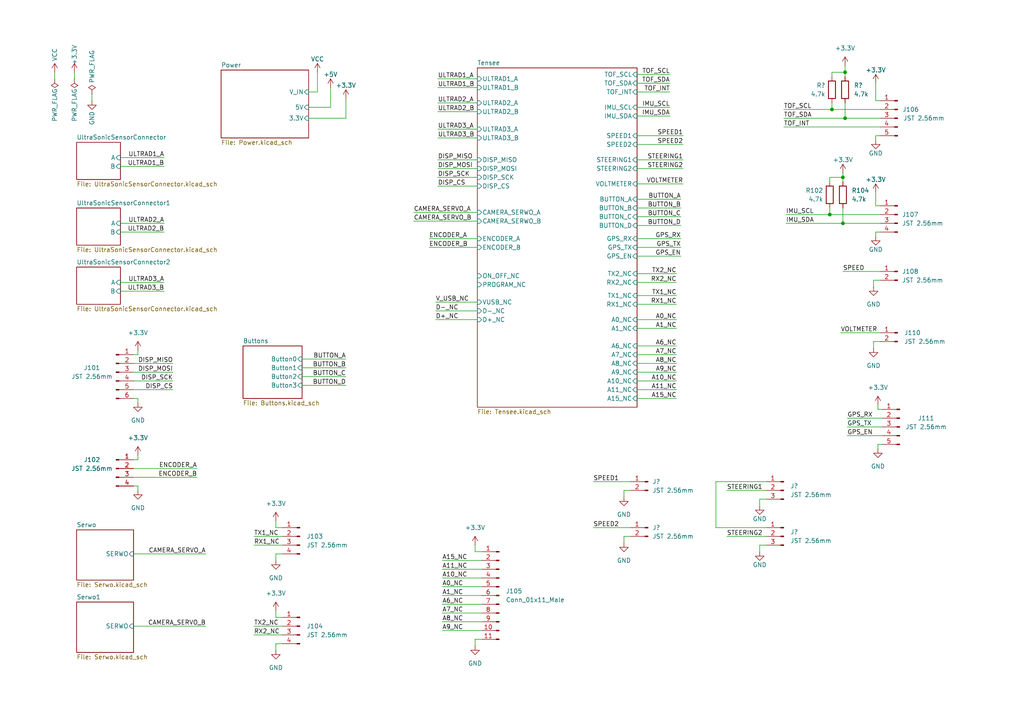
<source format=kicad_sch>
(kicad_sch (version 20211123) (generator eeschema)
  (paper "A4")
  (title_block (title "Main schematic") (date "2023-02-20") (company "Szymon Przybył"))
  (lib_symbols
    (symbol "Connector:Conn_01x02_Male" (pin_names (offset 1.016) hide)
      (property "Reference" "J" (at 0 2.54 0))
      (property "Value" "Conn_01x02_Male" (at 0 -5.08 0))
      (symbol "Conn_01x02_Male_1_1"
        (polyline (pts (xy 1.27 -2.54) (xy 0.8636 -2.54)) (stroke (width 0.1524)))
        (polyline (pts (xy 1.27 0) (xy 0.8636 0)) (stroke (width 0.1524)))
        (rectangle (start 0.8636 -2.413) (end 0 -2.667) (stroke (width 0.1524)) (fill (type outline)))
        (rectangle (start 0.8636 0.127) (end 0 -0.127) (stroke (width 0.1524)) (fill (type outline)))
        (pin passive line (at 5.08 0 180) (length 3.81) (name "Pin_1") (number "1"))
        (pin passive line (at 5.08 -2.54 180) (length 3.81) (name "Pin_2") (number "2"))
      )
    )
    (symbol "Connector:Conn_01x03_Male" (pin_names (offset 1.016) hide)
      (property "Reference" "J" (at 0 5.08 0))
      (property "Value" "Conn_01x03_Male" (at 0 -5.08 0))
      (symbol "Conn_01x03_Male_1_1"
        (polyline (pts (xy 1.27 -2.54) (xy 0.8636 -2.54)) (stroke (width 0.1524)))
        (polyline (pts (xy 1.27 0) (xy 0.8636 0)) (stroke (width 0.1524)))
        (polyline (pts (xy 1.27 2.54) (xy 0.8636 2.54)) (stroke (width 0.1524)))
        (rectangle (start 0.8636 -2.413) (end 0 -2.667) (stroke (width 0.1524)) (fill (type outline)))
        (rectangle (start 0.8636 0.127) (end 0 -0.127) (stroke (width 0.1524)) (fill (type outline)))
        (rectangle (start 0.8636 2.667) (end 0 2.413) (stroke (width 0.1524)) (fill (type outline)))
        (pin passive line (at 5.08 2.54 180) (length 3.81) (name "Pin_1") (number "1"))
        (pin passive line (at 5.08 0 180) (length 3.81) (name "Pin_2") (number "2"))
        (pin passive line (at 5.08 -2.54 180) (length 3.81) (name "Pin_3") (number "3"))
      )
    )
    (symbol "Connector:Conn_01x04_Male" (pin_names (offset 1.016) hide)
      (property "Reference" "J" (at 0 5.08 0))
      (property "Value" "Conn_01x04_Male" (at 0 -7.62 0))
      (symbol "Conn_01x04_Male_1_1"
        (polyline (pts (xy 1.27 -5.08) (xy 0.8636 -5.08)) (stroke (width 0.1524)))
        (polyline (pts (xy 1.27 -2.54) (xy 0.8636 -2.54)) (stroke (width 0.1524)))
        (polyline (pts (xy 1.27 0) (xy 0.8636 0)) (stroke (width 0.1524)))
        (polyline (pts (xy 1.27 2.54) (xy 0.8636 2.54)) (stroke (width 0.1524)))
        (rectangle (start 0.8636 -4.953) (end 0 -5.207) (stroke (width 0.1524)) (fill (type outline)))
        (rectangle (start 0.8636 -2.413) (end 0 -2.667) (stroke (width 0.1524)) (fill (type outline)))
        (rectangle (start 0.8636 0.127) (end 0 -0.127) (stroke (width 0.1524)) (fill (type outline)))
        (rectangle (start 0.8636 2.667) (end 0 2.413) (stroke (width 0.1524)) (fill (type outline)))
        (pin passive line (at 5.08 2.54 180) (length 3.81) (name "Pin_1") (number "1"))
        (pin passive line (at 5.08 0 180) (length 3.81) (name "Pin_2") (number "2"))
        (pin passive line (at 5.08 -2.54 180) (length 3.81) (name "Pin_3") (number "3"))
        (pin passive line (at 5.08 -5.08 180) (length 3.81) (name "Pin_4") (number "4"))
      )
    )
    (symbol "Connector:Conn_01x05_Male" (pin_names (offset 1.016) hide)
      (property "Reference" "J" (at 0 7.62 0))
      (property "Value" "Conn_01x05_Male" (at 0 -7.62 0))
      (symbol "Conn_01x05_Male_1_1"
        (polyline (pts (xy 1.27 -5.08) (xy 0.8636 -5.08)) (stroke (width 0.1524)))
        (polyline (pts (xy 1.27 -2.54) (xy 0.8636 -2.54)) (stroke (width 0.1524)))
        (polyline (pts (xy 1.27 0) (xy 0.8636 0)) (stroke (width 0.1524)))
        (polyline (pts (xy 1.27 2.54) (xy 0.8636 2.54)) (stroke (width 0.1524)))
        (polyline (pts (xy 1.27 5.08) (xy 0.8636 5.08)) (stroke (width 0.1524)))
        (rectangle (start 0.8636 -4.953) (end 0 -5.207) (stroke (width 0.1524)) (fill (type outline)))
        (rectangle (start 0.8636 -2.413) (end 0 -2.667) (stroke (width 0.1524)) (fill (type outline)))
        (rectangle (start 0.8636 0.127) (end 0 -0.127) (stroke (width 0.1524)) (fill (type outline)))
        (rectangle (start 0.8636 2.667) (end 0 2.413) (stroke (width 0.1524)) (fill (type outline)))
        (rectangle (start 0.8636 5.207) (end 0 4.953) (stroke (width 0.1524)) (fill (type outline)))
        (pin passive line (at 5.08 5.08 180) (length 3.81) (name "Pin_1") (number "1"))
        (pin passive line (at 5.08 2.54 180) (length 3.81) (name "Pin_2") (number "2"))
        (pin passive line (at 5.08 0 180) (length 3.81) (name "Pin_3") (number "3"))
        (pin passive line (at 5.08 -2.54 180) (length 3.81) (name "Pin_4") (number "4"))
        (pin passive line (at 5.08 -5.08 180) (length 3.81) (name "Pin_5") (number "5"))
      )
    )
    (symbol "Connector:Conn_01x06_Male" (pin_names (offset 1.016) hide)
      (property "Reference" "J" (at 0 7.62 0))
      (property "Value" "Conn_01x06_Male" (at 0 -10.16 0))
      (symbol "Conn_01x06_Male_1_1"
        (polyline (pts (xy 1.27 -7.62) (xy 0.8636 -7.62)) (stroke (width 0.1524)))
        (polyline (pts (xy 1.27 -5.08) (xy 0.8636 -5.08)) (stroke (width 0.1524)))
        (polyline (pts (xy 1.27 -2.54) (xy 0.8636 -2.54)) (stroke (width 0.1524)))
        (polyline (pts (xy 1.27 0) (xy 0.8636 0)) (stroke (width 0.1524)))
        (polyline (pts (xy 1.27 2.54) (xy 0.8636 2.54)) (stroke (width 0.1524)))
        (polyline (pts (xy 1.27 5.08) (xy 0.8636 5.08)) (stroke (width 0.1524)))
        (rectangle (start 0.8636 -7.493) (end 0 -7.747) (stroke (width 0.1524)) (fill (type outline)))
        (rectangle (start 0.8636 -4.953) (end 0 -5.207) (stroke (width 0.1524)) (fill (type outline)))
        (rectangle (start 0.8636 -2.413) (end 0 -2.667) (stroke (width 0.1524)) (fill (type outline)))
        (rectangle (start 0.8636 0.127) (end 0 -0.127) (stroke (width 0.1524)) (fill (type outline)))
        (rectangle (start 0.8636 2.667) (end 0 2.413) (stroke (width 0.1524)) (fill (type outline)))
        (rectangle (start 0.8636 5.207) (end 0 4.953) (stroke (width 0.1524)) (fill (type outline)))
        (pin passive line (at 5.08 5.08 180) (length 3.81) (name "Pin_1") (number "1"))
        (pin passive line (at 5.08 2.54 180) (length 3.81) (name "Pin_2") (number "2"))
        (pin passive line (at 5.08 0 180) (length 3.81) (name "Pin_3") (number "3"))
        (pin passive line (at 5.08 -2.54 180) (length 3.81) (name "Pin_4") (number "4"))
        (pin passive line (at 5.08 -5.08 180) (length 3.81) (name "Pin_5") (number "5"))
        (pin passive line (at 5.08 -7.62 180) (length 3.81) (name "Pin_6") (number "6"))
      )
    )
    (symbol "Connector:Conn_01x11_Male" (pin_names (offset 1.016) hide)
      (property "Reference" "J" (at 0 15.24 0))
      (property "Value" "Conn_01x11_Male" (at 0 -15.24 0))
      (symbol "Conn_01x11_Male_1_1"
        (polyline (pts (xy 1.27 -12.7) (xy 0.8636 -12.7)) (stroke (width 0.1524)))
        (polyline (pts (xy 1.27 -10.16) (xy 0.8636 -10.16)) (stroke (width 0.1524)))
        (polyline (pts (xy 1.27 -7.62) (xy 0.8636 -7.62)) (stroke (width 0.1524)))
        (polyline (pts (xy 1.27 -5.08) (xy 0.8636 -5.08)) (stroke (width 0.1524)))
        (polyline (pts (xy 1.27 -2.54) (xy 0.8636 -2.54)) (stroke (width 0.1524)))
        (polyline (pts (xy 1.27 0) (xy 0.8636 0)) (stroke (width 0.1524)))
        (polyline (pts (xy 1.27 2.54) (xy 0.8636 2.54)) (stroke (width 0.1524)))
        (polyline (pts (xy 1.27 5.08) (xy 0.8636 5.08)) (stroke (width 0.1524)))
        (polyline (pts (xy 1.27 7.62) (xy 0.8636 7.62)) (stroke (width 0.1524)))
        (polyline (pts (xy 1.27 10.16) (xy 0.8636 10.16)) (stroke (width 0.1524)))
        (polyline (pts (xy 1.27 12.7) (xy 0.8636 12.7)) (stroke (width 0.1524)))
        (rectangle (start 0.8636 -12.573) (end 0 -12.827) (stroke (width 0.1524)) (fill (type outline)))
        (rectangle (start 0.8636 -10.033) (end 0 -10.287) (stroke (width 0.1524)) (fill (type outline)))
        (rectangle (start 0.8636 -7.493) (end 0 -7.747) (stroke (width 0.1524)) (fill (type outline)))
        (rectangle (start 0.8636 -4.953) (end 0 -5.207) (stroke (width 0.1524)) (fill (type outline)))
        (rectangle (start 0.8636 -2.413) (end 0 -2.667) (stroke (width 0.1524)) (fill (type outline)))
        (rectangle (start 0.8636 0.127) (end 0 -0.127) (stroke (width 0.1524)) (fill (type outline)))
        (rectangle (start 0.8636 2.667) (end 0 2.413) (stroke (width 0.1524)) (fill (type outline)))
        (rectangle (start 0.8636 5.207) (end 0 4.953) (stroke (width 0.1524)) (fill (type outline)))
        (rectangle (start 0.8636 7.747) (end 0 7.493) (stroke (width 0.1524)) (fill (type outline)))
        (rectangle (start 0.8636 10.287) (end 0 10.033) (stroke (width 0.1524)) (fill (type outline)))
        (rectangle (start 0.8636 12.827) (end 0 12.573) (stroke (width 0.1524)) (fill (type outline)))
        (pin passive line (at 5.08 12.7 180) (length 3.81) (name "Pin_1") (number "1"))
        (pin passive line (at 5.08 -10.16 180) (length 3.81) (name "Pin_10") (number "10"))
        (pin passive line (at 5.08 -12.7 180) (length 3.81) (name "Pin_11") (number "11"))
        (pin passive line (at 5.08 10.16 180) (length 3.81) (name "Pin_2") (number "2"))
        (pin passive line (at 5.08 7.62 180) (length 3.81) (name "Pin_3") (number "3"))
        (pin passive line (at 5.08 5.08 180) (length 3.81) (name "Pin_4") (number "4"))
        (pin passive line (at 5.08 2.54 180) (length 3.81) (name "Pin_5") (number "5"))
        (pin passive line (at 5.08 0 180) (length 3.81) (name "Pin_6") (number "6"))
        (pin passive line (at 5.08 -2.54 180) (length 3.81) (name "Pin_7") (number "7"))
        (pin passive line (at 5.08 -5.08 180) (length 3.81) (name "Pin_8") (number "8"))
        (pin passive line (at 5.08 -7.62 180) (length 3.81) (name "Pin_9") (number "9"))
      )
    )
    (symbol "Device:R" (pin_numbers hide) (pin_names (offset 0))
      (property "Reference" "R" (at 2.032 0 90))
      (property "Value" "R" (at 0 0 90))
      (symbol "R_0_1"
        (rectangle (start -1.016 -2.54) (end 1.016 2.54) (stroke (width 0.254)))
      )
      (symbol "R_1_1"
        (pin passive line (at 0 3.81 270) (length 1.27) (name "~") (number "1"))
        (pin passive line (at 0 -3.81 90) (length 1.27) (name "~") (number "2"))
      )
    )
    (symbol "power:+3.3V" (power) (pin_names (offset 0))
      (property "Value" "+3.3V" (at 0 3.556 0))
      (symbol "+3.3V_0_1"
        (polyline (pts (xy -0.762 1.27) (xy 0 2.54)))
        (polyline (pts (xy 0 0) (xy 0 2.54)))
        (polyline (pts (xy 0 2.54) (xy 0.762 1.27)))
      )
      (symbol "+3.3V_1_1"
        (pin power_in line (at 0 0 90) (length 0) hide (name "+3.3V") (number "1"))
      )
    )
    (symbol "power:+5V" (power) (pin_names (offset 0))
      (property "Value" "+5V" (at 0 3.556 0))
      (symbol "+5V_0_1"
        (polyline (pts (xy -0.762 1.27) (xy 0 2.54)))
        (polyline (pts (xy 0 0) (xy 0 2.54)))
        (polyline (pts (xy 0 2.54) (xy 0.762 1.27)))
      )
      (symbol "+5V_1_1"
        (pin power_in line (at 0 0 90) (length 0) hide (name "+5V") (number "1"))
      )
    )
    (symbol "power:GND" (power) (pin_names (offset 0))
      (property "Value" "GND" (at 0 -3.81 0))
      (symbol "GND_0_1"
        (polyline (pts (xy 0 0) (xy 0 -1.27) (xy 1.27 -1.27) (xy 0 -2.54) (xy -1.27 -1.27) (xy 0 -1.27)))
      )
      (symbol "GND_1_1"
        (pin power_in line (at 0 0 270) (length 0) hide (name "GND") (number "1"))
      )
    )
    (symbol "power:PWR_FLAG" (power) (pin_numbers hide) (pin_names (offset 0) hide)
      (property "Value" "PWR_FLAG" (at 0 3.81 0))
      (symbol "PWR_FLAG_0_0"
        (pin power_out line (at 0 0 90) (length 0) (name "pwr") (number "1"))
      )
      (symbol "PWR_FLAG_0_1"
        (polyline (pts (xy 0 0) (xy 0 1.27) (xy -1.016 1.905) (xy 0 2.54) (xy 1.016 1.905) (xy 0 1.27)))
      )
    )
    (symbol "power:VCC" (power) (pin_names (offset 0))
      (property "Value" "VCC" (at 0 3.81 0))
      (symbol "VCC_0_1"
        (polyline (pts (xy -0.762 1.27) (xy 0 2.54)))
        (polyline (pts (xy 0 0) (xy 0 2.54)))
        (polyline (pts (xy 0 2.54) (xy 0.762 1.27)))
      )
      (symbol "VCC_1_1"
        (pin power_in line (at 0 0 90) (length 0) hide (name "VCC") (number "1"))
      )
    )
  )
  (junction (at 245.11 34.29))
  (junction (at 244.475 64.77))
  (junction (at 241.3 31.75))
  (junction (at 240.665 62.23))
  (junction (at 244.475 51.435))
  (junction (at 245.11 20.955))
  (wire (pts (xy 241.3 29.845) (xy 241.3 31.75)))
  (wire (pts (xy 139.7 182.88) (xy 128.27 182.88)))
  (wire (pts (xy 240.665 60.325) (xy 240.665 62.23)))
  (wire (pts (xy 245.11 29.845) (xy 245.11 34.29)))
  (wire (pts (xy 89.535 31.115) (xy 95.885 31.115)))
  (wire (pts (xy 126.365 90.17) (xy 138.43 90.17)))
  (wire (pts (xy 87.63 106.68) (xy 100.33 106.68)))
  (wire (pts (xy 172.085 153.035) (xy 182.88 153.035)))
  (wire (pts (xy 126.365 92.71) (xy 138.43 92.71)))
  (wire (pts (xy 255.27 64.77) (xy 244.475 64.77)))
  (wire (pts (xy 241.3 20.955) (xy 245.11 20.955)))
  (wire (pts (xy 184.785 71.755) (xy 197.485 71.755)))
  (wire (pts (xy 139.7 185.42) (xy 137.795 185.42)))
  (wire (pts (xy 137.795 185.42) (xy 137.795 187.325)))
  (wire (pts (xy 34.925 64.77) (xy 47.625 64.77)))
  (wire (pts (xy 243.84 96.52) (xy 255.27 96.52)))
  (wire (pts (xy 255.905 121.285) (xy 245.745 121.285)))
  (wire (pts (xy 139.7 167.64) (xy 128.27 167.64)))
  (wire (pts (xy 255.27 62.23) (xy 240.665 62.23)))
  (wire (pts (xy 255.905 118.745) (xy 254.635 118.745)))
  (wire (pts (xy 180.975 155.575) (xy 180.975 157.48)))
  (wire (pts (xy 127 40.005) (xy 138.43 40.005)))
  (wire (pts (xy 34.925 48.26) (xy 47.625 48.26)))
  (wire (pts (xy 255.27 99.06) (xy 253.365 99.06)))
  (wire (pts (xy 81.915 153.035) (xy 80.01 153.035)))
  (wire (pts (xy 34.925 84.455) (xy 47.625 84.455)))
  (wire (pts (xy 245.11 20.955) (xy 245.11 22.225)))
  (wire (pts (xy 139.7 170.18) (xy 128.27 170.18)))
  (wire (pts (xy 81.915 186.69) (xy 80.01 186.69)))
  (wire (pts (xy 210.82 155.575) (xy 222.25 155.575)))
  (wire (pts (xy 120.015 64.135) (xy 138.43 64.135)))
  (wire (pts (xy 184.785 62.865) (xy 197.485 62.865)))
  (wire (pts (xy 255.27 36.83) (xy 227.33 36.83)))
  (wire (pts (xy 184.785 39.37) (xy 198.12 39.37)))
  (wire (pts (xy 184.785 26.67) (xy 194.31 26.67)))
  (wire (pts (xy 127 22.86) (xy 138.43 22.86)))
  (wire (pts (xy 184.785 60.325) (xy 197.485 60.325)))
  (wire (pts (xy 254 39.37) (xy 254 40.64)))
  (wire (pts (xy 124.46 69.215) (xy 138.43 69.215)))
  (wire (pts (xy 254.635 118.745) (xy 254.635 117.475)))
  (wire (pts (xy 184.785 65.405) (xy 197.485 65.405)))
  (wire (pts (xy 80.01 160.655) (xy 80.01 162.56)))
  (wire (pts (xy 80.01 186.69) (xy 80.01 188.595)))
  (wire (pts (xy 139.7 175.26) (xy 128.27 175.26)))
  (wire (pts (xy 38.735 102.87) (xy 40.005 102.87)))
  (wire (pts (xy 184.785 48.895) (xy 198.12 48.895)))
  (wire (pts (xy 40.005 133.35) (xy 40.005 132.08)))
  (wire (pts (xy 254 29.21) (xy 254 24.13)))
  (wire (pts (xy 182.88 142.24) (xy 180.975 142.24)))
  (wire (pts (xy 241.3 31.75) (xy 255.27 31.75)))
  (wire (pts (xy 184.785 88.265) (xy 196.215 88.265)))
  (wire (pts (xy 255.27 67.31) (xy 254 67.31)))
  (wire (pts (xy 207.645 153.035) (xy 222.25 153.035)))
  (wire (pts (xy 81.915 179.07) (xy 80.01 179.07)))
  (wire (pts (xy 227.33 34.29) (xy 245.11 34.29)))
  (wire (pts (xy 244.475 51.435) (xy 244.475 52.705)))
  (wire (pts (xy 137.795 160.02) (xy 137.795 158.115)))
  (wire (pts (xy 34.925 45.72) (xy 47.625 45.72)))
  (wire (pts (xy 220.345 144.78) (xy 220.345 146.685)))
  (wire (pts (xy 184.785 24.13) (xy 194.31 24.13)))
  (wire (pts (xy 139.7 177.8) (xy 128.27 177.8)))
  (wire (pts (xy 127 46.355) (xy 138.43 46.355)))
  (wire (pts (xy 244.475 50.165) (xy 244.475 51.435)))
  (wire (pts (xy 207.645 139.7) (xy 222.25 139.7)))
  (wire (pts (xy 184.785 53.34) (xy 198.12 53.34)))
  (wire (pts (xy 38.735 135.89) (xy 57.15 135.89)))
  (wire (pts (xy 139.7 162.56) (xy 128.27 162.56)))
  (wire (pts (xy 127 29.845) (xy 138.43 29.845)))
  (wire (pts (xy 255.27 81.28) (xy 253.365 81.28)))
  (wire (pts (xy 87.63 111.76) (xy 100.33 111.76)))
  (wire (pts (xy 127 48.895) (xy 138.43 48.895)))
  (wire (pts (xy 184.785 100.33) (xy 196.215 100.33)))
  (wire (pts (xy 21.59 20.955) (xy 21.59 22.86)))
  (wire (pts (xy 92.075 26.67) (xy 92.075 20.955)))
  (wire (pts (xy 184.785 31.115) (xy 194.31 31.115)))
  (wire (pts (xy 38.735 140.97) (xy 40.005 140.97)))
  (wire (pts (xy 245.11 34.29) (xy 255.27 34.29)))
  (wire (pts (xy 139.7 160.02) (xy 137.795 160.02)))
  (wire (pts (xy 80.01 153.035) (xy 80.01 151.13)))
  (wire (pts (xy 210.82 142.24) (xy 222.25 142.24)))
  (wire (pts (xy 184.785 33.655) (xy 194.31 33.655)))
  (wire (pts (xy 184.785 105.41) (xy 196.215 105.41)))
  (wire (pts (xy 241.3 20.955) (xy 241.3 22.225)))
  (wire (pts (xy 139.7 165.1) (xy 128.27 165.1)))
  (wire (pts (xy 92.075 26.67) (xy 89.535 26.67)))
  (wire (pts (xy 50.165 110.49) (xy 38.735 110.49)))
  (wire (pts (xy 222.25 158.115) (xy 220.345 158.115)))
  (wire (pts (xy 240.665 51.435) (xy 240.665 52.705)))
  (wire (pts (xy 184.785 79.375) (xy 196.215 79.375)))
  (wire (pts (xy 120.015 61.595) (xy 138.43 61.595)))
  (wire (pts (xy 184.785 21.59) (xy 194.31 21.59)))
  (wire (pts (xy 127 37.465) (xy 138.43 37.465)))
  (wire (pts (xy 40.005 140.97) (xy 40.005 142.24)))
  (wire (pts (xy 255.905 128.905) (xy 254.635 128.905)))
  (wire (pts (xy 26.67 27.305) (xy 26.67 29.21)))
  (wire (pts (xy 38.735 115.57) (xy 40.005 115.57)))
  (wire (pts (xy 227.965 62.23) (xy 240.665 62.23)))
  (wire (pts (xy 227.33 31.75) (xy 241.3 31.75)))
  (wire (pts (xy 50.165 113.03) (xy 38.735 113.03)))
  (wire (pts (xy 38.735 133.35) (xy 40.005 133.35)))
  (wire (pts (xy 73.66 155.575) (xy 81.915 155.575)))
  (wire (pts (xy 240.665 51.435) (xy 244.475 51.435)))
  (wire (pts (xy 184.785 85.725) (xy 196.215 85.725)))
  (wire (pts (xy 253.365 81.28) (xy 253.365 83.185)))
  (wire (pts (xy 38.735 181.61) (xy 59.69 181.61)))
  (wire (pts (xy 40.005 115.57) (xy 40.005 116.84)))
  (wire (pts (xy 184.785 102.87) (xy 196.215 102.87)))
  (wire (pts (xy 139.7 172.72) (xy 128.27 172.72)))
  (wire (pts (xy 15.875 20.955) (xy 15.875 22.86)))
  (wire (pts (xy 184.785 113.03) (xy 196.215 113.03)))
  (wire (pts (xy 38.735 160.655) (xy 59.69 160.655)))
  (wire (pts (xy 254.635 128.905) (xy 254.635 130.175)))
  (wire (pts (xy 222.25 144.78) (xy 220.345 144.78)))
  (wire (pts (xy 81.915 160.655) (xy 80.01 160.655)))
  (wire (pts (xy 73.66 184.15) (xy 81.915 184.15)))
  (wire (pts (xy 50.165 105.41) (xy 38.735 105.41)))
  (wire (pts (xy 255.27 39.37) (xy 254 39.37)))
  (wire (pts (xy 184.785 110.49) (xy 196.215 110.49)))
  (wire (pts (xy 184.785 46.355) (xy 198.12 46.355)))
  (wire (pts (xy 184.785 107.95) (xy 196.215 107.95)))
  (wire (pts (xy 184.785 74.295) (xy 197.485 74.295)))
  (wire (pts (xy 184.785 57.785) (xy 197.485 57.785)))
  (wire (pts (xy 255.905 126.365) (xy 245.745 126.365)))
  (wire (pts (xy 127 25.4) (xy 138.43 25.4)))
  (wire (pts (xy 73.66 181.61) (xy 81.915 181.61)))
  (wire (pts (xy 40.005 101.6) (xy 40.005 102.87)))
  (wire (pts (xy 255.27 29.21) (xy 254 29.21)))
  (wire (pts (xy 254 67.31) (xy 254 68.58)))
  (wire (pts (xy 87.63 104.14) (xy 100.33 104.14)))
  (wire (pts (xy 184.785 41.91) (xy 198.12 41.91)))
  (wire (pts (xy 220.345 158.115) (xy 220.345 160.02)))
  (wire (pts (xy 182.88 155.575) (xy 180.975 155.575)))
  (wire (pts (xy 245.11 19.05) (xy 245.11 20.955)))
  (wire (pts (xy 244.475 64.77) (xy 227.965 64.77)))
  (wire (pts (xy 172.085 139.7) (xy 182.88 139.7)))
  (wire (pts (xy 80.01 179.07) (xy 80.01 177.165)))
  (wire (pts (xy 127 53.975) (xy 138.43 53.975)))
  (wire (pts (xy 244.475 60.325) (xy 244.475 64.77)))
  (wire (pts (xy 127 32.385) (xy 138.43 32.385)))
  (wire (pts (xy 73.66 158.115) (xy 81.915 158.115)))
  (wire (pts (xy 255.905 123.825) (xy 245.745 123.825)))
  (wire (pts (xy 254 59.69) (xy 254 55.88)))
  (wire (pts (xy 184.785 92.71) (xy 196.215 92.71)))
  (wire (pts (xy 180.975 142.24) (xy 180.975 144.145)))
  (wire (pts (xy 207.645 139.7) (xy 207.645 153.035)))
  (wire (pts (xy 89.535 34.29) (xy 100.33 34.29)))
  (wire (pts (xy 255.27 59.69) (xy 254 59.69)))
  (wire (pts (xy 244.475 78.74) (xy 255.27 78.74)))
  (wire (pts (xy 184.785 115.57) (xy 196.215 115.57)))
  (wire (pts (xy 184.785 81.915) (xy 196.215 81.915)))
  (wire (pts (xy 184.785 69.215) (xy 197.485 69.215)))
  (wire (pts (xy 95.885 31.115) (xy 95.885 25.4)))
  (wire (pts (xy 38.735 138.43) (xy 57.15 138.43)))
  (wire (pts (xy 253.365 99.06) (xy 253.365 100.965)))
  (wire (pts (xy 34.925 81.915) (xy 47.625 81.915)))
  (wire (pts (xy 126.365 87.63) (xy 138.43 87.63)))
  (wire (pts (xy 50.165 107.95) (xy 38.735 107.95)))
  (wire (pts (xy 127 51.435) (xy 138.43 51.435)))
  (wire (pts (xy 100.33 34.29) (xy 100.33 28.575)))
  (wire (pts (xy 87.63 109.22) (xy 100.33 109.22)))
  (wire (pts (xy 184.785 95.25) (xy 196.215 95.25)))
  (wire (pts (xy 124.46 71.755) (xy 138.43 71.755)))
  (wire (pts (xy 34.925 67.31) (xy 47.625 67.31)))
  (wire (pts (xy 139.7 180.34) (xy 128.27 180.34)))
  (label "A9_NC" (at 196.215 107.95 180))
  (label "TOF_INT" (at 194.31 26.67 180))
  (label "GPS_TX" (at 197.485 71.755 180))
  (label "BUTTON_B" (at 197.485 60.325 180))
  (label "SPEED1" (at 198.12 39.37 180))
  (label "ULTRAD1_A" (at 47.625 45.72 180))
  (label "BUTTON_A" (at 197.485 57.785 180))
  (label "ULTRAD2_B" (at 47.625 67.31 180))
  (label "GPS_EN" (at 197.485 74.295 180))
  (label "A6_NC" (at 128.27 175.26 0))
  (label "STEERING1" (at 210.82 142.24 0))
  (label "A15_NC" (at 128.27 162.56 0))
  (label "ULTRAD2_A" (at 47.625 64.77 180))
  (label "DISP_MOSI" (at 50.165 107.95 180))
  (label "TOF_SDA" (at 194.31 24.13 180))
  (label "IMU_SDA" (at 194.31 33.655 180))
  (label "TX2_NC" (at 196.215 79.375 180))
  (label "A1_NC" (at 128.27 172.72 0))
  (label "A15_NC" (at 196.215 115.57 180))
  (label "ULTRAD1_B" (at 127 25.4 0))
  (label "RX2_NC" (at 73.66 184.15 0))
  (label "ENCODER_A" (at 57.15 135.89 180))
  (label "VOLTMETER" (at 198.12 53.34 180))
  (label "A0_NC" (at 196.215 92.71 180))
  (label "TX2_NC" (at 73.66 181.61 0))
  (label "SPEED2" (at 198.12 41.91 180))
  (label "BUTTON_C" (at 100.33 109.22 180))
  (label "ENCODER_B" (at 57.15 138.43 180))
  (label "IMU_SDA" (at 227.965 64.77 0))
  (label "IMU_SCL" (at 194.31 31.115 180))
  (label "CAMERA_SERVO_B" (at 59.69 181.61 180))
  (label "STEERING2" (at 210.82 155.575 0))
  (label "BUTTON_D" (at 100.33 111.76 180))
  (label "BUTTON_C" (at 197.485 62.865 180))
  (label "BUTTON_B" (at 100.33 106.68 180))
  (label "ENCODER_A" (at 124.46 69.215 0))
  (label "RX1_NC" (at 196.215 88.265 180))
  (label "D+_NC" (at 126.365 92.71 0))
  (label "A7_NC" (at 196.215 102.87 180))
  (label "CAMERA_SERVO_A" (at 59.69 160.655 180))
  (label "SPEED1" (at 172.085 139.7 0))
  (label "TX1_NC" (at 196.215 85.725 180))
  (label "VOLTMETER" (at 243.84 96.52 0))
  (label "GPS_EN" (at 245.745 126.365 0))
  (label "ULTRAD3_B" (at 127 40.005 0))
  (label "BUTTON_D" (at 197.485 65.405 180))
  (label "A8_NC" (at 196.215 105.41 180))
  (label "ULTRAD1_A" (at 127 22.86 0))
  (label "ULTRAD3_B" (at 47.625 84.455 180))
  (label "STEERING2" (at 198.12 48.895 180))
  (label "DISP_CS" (at 50.165 113.03 180))
  (label "GPS_RX" (at 245.745 121.285 0))
  (label "TOF_INT" (at 227.33 36.83 0))
  (label "ULTRAD1_B" (at 47.625 48.26 180))
  (label "RX2_NC" (at 196.215 81.915 180))
  (label "A9_NC" (at 128.27 182.88 0))
  (label "A0_NC" (at 128.27 170.18 0))
  (label "A10_NC" (at 128.27 167.64 0))
  (label "ENCODER_B" (at 124.46 71.755 0))
  (label "RX1_NC" (at 73.66 158.115 0))
  (label "A8_NC" (at 128.27 180.34 0))
  (label "DISP_MISO" (at 127 46.355 0))
  (label "CAMERA_SERVO_A" (at 120.015 61.595 0))
  (label "ULTRAD3_A" (at 47.625 81.915 180))
  (label "ULTRAD3_A" (at 127 37.465 0))
  (label "TOF_SDA" (at 227.33 34.29 0))
  (label "V_USB_NC" (at 126.365 87.63 0))
  (label "BUTTON_A" (at 100.33 104.14 180))
  (label "DISP_SCK" (at 127 51.435 0))
  (label "A10_NC" (at 196.215 110.49 180))
  (label "GPS_RX" (at 197.485 69.215 180))
  (label "DISP_MOSI" (at 127 48.895 0))
  (label "ULTRAD2_A" (at 127 29.845 0))
  (label "A11_NC" (at 128.27 165.1 0))
  (label "DISP_MISO" (at 50.165 105.41 180))
  (label "A7_NC" (at 128.27 177.8 0))
  (label "DISP_CS" (at 127 53.975 0))
  (label "TOF_SCL" (at 194.31 21.59 180))
  (label "A6_NC" (at 196.215 100.33 180))
  (label "CAMERA_SERVO_B" (at 120.015 64.135 0))
  (label "SPEED2" (at 172.085 153.035 0))
  (label "TX1_NC" (at 73.66 155.575 0))
  (label "TOF_SCL" (at 227.33 31.75 0))
  (label "A11_NC" (at 196.215 113.03 180))
  (label "A1_NC" (at 196.215 95.25 180))
  (label "IMU_SCL" (at 227.965 62.23 0))
  (label "SPEED" (at 244.475 78.74 0))
  (label "GPS_TX" (at 245.745 123.825 0))
  (label "STEERING1" (at 198.12 46.355 180))
  (label "DISP_SCK" (at 50.165 110.49 180))
  (label "D-_NC" (at 126.365 90.17 0))
  (label "ULTRAD2_B" (at 127 32.385 0))
  (symbol (lib_id "power:+3.3V") (at 21.59 20.955 0) (unit 1)
    (property "Reference" "#PWR0102" (effects hide))
    (property "Value" "+3.3V" (at 21.59 15.875 90))
  )
  (symbol (lib_id "power:PWR_FLAG") (at 26.67 27.305 0) (unit 1)
    (property "Reference" "#FLG0103" (effects hide))
    (property "Value" "PWR_FLAG" (at 26.67 24.13 90) (effects (justify left)))
  )
  (symbol (lib_id "power:GND") (at 180.975 157.48 0) (unit 1)
    (property "Reference" "#PWR?" (effects hide))
    (property "Value" "GND" (at 180.975 162.56 0))
  )
  (symbol (lib_id "power:+3.3V") (at 137.795 158.115 0) (unit 1)
    (property "Reference" "#PWR0115" (effects hide))
    (property "Value" "+3.3V" (at 137.795 153.035 0))
  )
  (symbol (lib_id "Connector:Conn_01x04_Male") (at 86.995 155.575 0) (mirror y) (unit 1)
    (property "Reference" "J103" (at 88.9 155.5749 0) (effects (justify right)))
    (property "Value" "JST 2.56mm" (at 88.9 158.1149 0) (effects (justify right)))
    (property "Footprint" "Connector_PinHeader_2.54mm:PinHeader_1x04_P2.54mm_Vertical" (effects hide))
  )
  (symbol (lib_id "Connector:Conn_01x06_Male") (at 33.655 107.95 0) (unit 1)
    (property "Reference" "J101" (at 26.67 106.68 0))
    (property "Value" "JST 2.56mm" (at 26.67 109.22 0))
    (property "Footprint" "Connector_JST:JST_XA_B06B-XASK-1_1x06_P2.50mm_Vertical" (effects hide))
  )
  (symbol (lib_id "Device:R") (at 245.11 26.035 180) (unit 1)
    (property "Reference" "R?" (at 247.65 24.7649 0) (effects (justify right)))
    (property "Value" "4.7k" (at 247.65 27.3049 0) (effects (justify right)))
    (property "Footprint" "Resistor_THT:R_Axial_DIN0204_L3.6mm_D1.6mm_P7.62mm_Horizontal" (effects hide))
  )
  (symbol (lib_id "power:+3.3V") (at 254 24.13 0) (unit 1)
    (property "Reference" "#PWR0124" (effects hide))
    (property "Value" "+3.3V" (at 254 20.32 0))
  )
  (symbol (lib_id "power:+3.3V") (at 40.005 132.08 0) (mirror y) (unit 1)
    (property "Reference" "#PWR0105" (effects hide))
    (property "Value" "+3.3V" (at 40.005 127 0))
  )
  (symbol (lib_id "power:GND") (at 220.345 146.685 0) (unit 1)
    (property "Reference" "#PWR0122" (effects hide))
    (property "Value" "GND" (at 220.345 150.495 0))
  )
  (symbol (lib_id "Connector:Conn_01x03_Male") (at 227.33 142.24 0) (mirror y) (unit 1)
    (property "Reference" "J?" (at 229.235 140.9699 0) (effects (justify right)))
    (property "Value" "JST 2.56mm" (at 229.235 143.5099 0) (effects (justify right)))
  )
  (symbol (lib_id "power:GND") (at 80.01 188.595 0) (unit 1)
    (property "Reference" "#PWR0114" (effects hide))
    (property "Value" "GND" (at 80.01 193.675 0))
  )
  (symbol (lib_id "power:+3.3V") (at 40.005 101.6 0) (mirror y) (unit 1)
    (property "Reference" "#PWR0103" (effects hide))
    (property "Value" "+3.3V" (at 40.005 96.52 0))
  )
  (symbol (lib_id "Connector:Conn_01x02_Male") (at 187.96 153.035 0) (mirror y) (unit 1)
    (property "Reference" "J?" (at 189.23 153.0349 0) (effects (justify right)))
    (property "Value" "JST 2.56mm" (at 189.23 155.5749 0) (effects (justify right)))
    (property "Footprint" "Connector_JST:JST_XH_B2B-XH-A_1x02_P2.50mm_Vertical" (effects hide))
  )
  (symbol (lib_id "Device:R") (at 244.475 56.515 180) (unit 1)
    (property "Reference" "R104" (at 247.015 55.2449 0) (effects (justify right)))
    (property "Value" "4.7k" (at 247.015 57.7849 0) (effects (justify right)))
    (property "Footprint" "Resistor_THT:R_Axial_DIN0204_L3.6mm_D1.6mm_P7.62mm_Horizontal" (effects hide))
  )
  (symbol (lib_id "power:+3.3V") (at 100.33 28.575 0) (unit 1)
    (property "Reference" "#PWR0110" (effects hide))
    (property "Value" "+3.3V" (at 100.33 24.765 0))
  )
  (symbol (lib_id "power:PWR_FLAG") (at 21.59 22.86 0) (mirror x) (unit 1)
    (property "Reference" "#FLG0102" (effects hide))
    (property "Value" "PWR_FLAG" (at 21.59 30.48 90))
  )
  (symbol (lib_id "power:GND") (at 254.635 130.175 0) (unit 1)
    (property "Reference" "#PWR0129" (effects hide))
    (property "Value" "GND" (at 254.635 135.255 0))
  )
  (symbol (lib_id "power:GND") (at 254 68.58 0) (unit 1)
    (property "Reference" "#PWR0127" (effects hide))
    (property "Value" "GND" (at 254 72.39 0))
  )
  (symbol (lib_id "Device:R") (at 241.3 26.035 0) (mirror x) (unit 1)
    (property "Reference" "R?" (at 239.395 24.7649 0) (effects (justify right)))
    (property "Value" "4.7k" (at 239.395 27.3049 0) (effects (justify right)))
    (property "Footprint" "Resistor_THT:R_Axial_DIN0204_L3.6mm_D1.6mm_P7.62mm_Horizontal" (effects hide))
  )
  (symbol (lib_id "Connector:Conn_01x05_Male") (at 260.35 34.29 0) (mirror y) (unit 1)
    (property "Reference" "J106" (at 264.16 31.75 0))
    (property "Value" "JST 2.56mm" (at 267.97 34.29 0))
    (property "Footprint" "Connector_JST:JST_XH_B5B-XH-A_1x05_P2.50mm_Vertical" (effects hide))
  )
  (symbol (lib_id "Device:R") (at 240.665 56.515 0) (mirror x) (unit 1)
    (property "Reference" "R102" (at 238.76 55.2449 0) (effects (justify right)))
    (property "Value" "4.7k" (at 238.76 57.7849 0) (effects (justify right)))
    (property "Footprint" "Resistor_THT:R_Axial_DIN0204_L3.6mm_D1.6mm_P7.62mm_Horizontal" (effects hide))
  )
  (symbol (lib_id "Connector:Conn_01x04_Male") (at 260.35 62.23 0) (mirror y) (unit 1)
    (property "Reference" "J107" (at 261.62 62.2299 0) (effects (justify right)))
    (property "Value" "JST 2.56mm" (at 261.62 64.7699 0) (effects (justify right)))
    (property "Footprint" "Connector_JST:JST_XH_B4B-XH-A_1x04_P2.50mm_Vertical" (effects hide))
  )
  (symbol (lib_id "power:GND") (at 180.975 144.145 0) (unit 1)
    (property "Reference" "#PWR?" (effects hide))
    (property "Value" "GND" (at 180.975 149.225 0))
  )
  (symbol (lib_id "power:+3.3V") (at 254.635 117.475 0) (unit 1)
    (property "Reference" "#PWR0128" (effects hide))
    (property "Value" "+3.3V" (at 254.635 112.395 0))
  )
  (symbol (lib_id "Connector:Conn_01x04_Male") (at 86.995 181.61 0) (mirror y) (unit 1)
    (property "Reference" "J104" (at 88.9 181.6099 0) (effects (justify right)))
    (property "Value" "JST 2.56mm" (at 88.9 184.1499 0) (effects (justify right)))
    (property "Footprint" "Connector_PinHeader_2.54mm:PinHeader_1x04_P2.54mm_Vertical" (effects hide))
  )
  (symbol (lib_id "Connector:Conn_01x11_Male") (at 144.78 172.72 0) (mirror y) (unit 1)
    (property "Reference" "J105" (at 146.685 171.4499 0) (effects (justify right)))
    (property "Value" "Conn_01x11_Male" (at 146.685 173.9899 0) (effects (justify right)))
    (property "Footprint" "Connector_PinSocket_2.54mm:PinSocket_1x11_P2.54mm_Vertical" (effects hide))
  )
  (symbol (lib_id "power:+5V") (at 95.885 25.4 0) (unit 1)
    (property "Reference" "#PWR0109" (effects hide))
    (property "Value" "+5V" (at 95.885 21.59 0))
  )
  (symbol (lib_id "Connector:Conn_01x03_Male") (at 227.33 155.575 0) (mirror y) (unit 1)
    (property "Reference" "J?" (at 229.235 154.3049 0) (effects (justify right)))
    (property "Value" "JST 2.56mm" (at 229.235 156.8449 0) (effects (justify right)))
  )
  (symbol (lib_id "power:VCC") (at 92.075 20.955 0) (unit 1)
    (property "Reference" "#PWR0108" (effects hide))
    (property "Value" "VCC" (at 92.075 17.145 0))
  )
  (symbol (lib_id "Connector:Conn_01x02_Male") (at 260.35 96.52 0) (mirror y) (unit 1)
    (property "Reference" "J110" (at 262.255 96.5199 0) (effects (justify right)))
    (property "Value" "JST 2.56mm" (at 262.255 99.0599 0) (effects (justify right)))
    (property "Footprint" "Connector_JST:JST_XH_B2B-XH-A_1x02_P2.50mm_Vertical" (effects hide))
  )
  (symbol (lib_id "power:GND") (at 253.365 83.185 0) (unit 1)
    (property "Reference" "#PWR0121" (effects hide))
    (property "Value" "GND" (at 253.365 88.265 0))
  )
  (symbol (lib_id "power:GND") (at 26.67 29.21 0) (unit 1)
    (property "Reference" "#PWR0107" (effects hide))
    (property "Value" "GND" (at 26.67 34.29 90))
  )
  (symbol (lib_id "power:GND") (at 220.345 160.02 0) (unit 1)
    (property "Reference" "#PWR?" (effects hide))
    (property "Value" "GND" (at 220.345 163.83 0))
  )
  (symbol (lib_id "power:PWR_FLAG") (at 15.875 22.86 0) (mirror x) (unit 1)
    (property "Reference" "#FLG0101" (effects hide))
    (property "Value" "PWR_FLAG" (at 15.875 30.48 90))
  )
  (symbol (lib_id "power:+3.3V") (at 245.11 19.05 0) (unit 1)
    (property "Reference" "#PWR?" (effects hide))
    (property "Value" "+3.3V" (at 245.11 13.97 0))
  )
  (symbol (lib_id "power:GND") (at 253.365 100.965 0) (unit 1)
    (property "Reference" "#PWR0123" (effects hide))
    (property "Value" "GND" (at 253.365 106.045 0))
  )
  (symbol (lib_id "power:GND") (at 254 40.64 0) (unit 1)
    (property "Reference" "#PWR0125" (effects hide))
    (property "Value" "GND" (at 254 44.45 0))
  )
  (symbol (lib_id "power:+3.3V") (at 80.01 151.13 0) (unit 1)
    (property "Reference" "#PWR0111" (effects hide))
    (property "Value" "+3.3V" (at 80.01 146.05 0))
  )
  (symbol (lib_id "power:+3.3V") (at 254 55.88 0) (unit 1)
    (property "Reference" "#PWR0126" (effects hide))
    (property "Value" "+3.3V" (at 254 52.07 0))
  )
  (symbol (lib_id "power:VCC") (at 15.875 20.955 0) (unit 1)
    (property "Reference" "#PWR0101" (effects hide))
    (property "Value" "VCC" (at 15.875 15.875 90))
  )
  (symbol (lib_id "power:+3.3V") (at 80.01 177.165 0) (unit 1)
    (property "Reference" "#PWR0113" (effects hide))
    (property "Value" "+3.3V" (at 80.01 172.085 0))
  )
  (symbol (lib_id "power:GND") (at 80.01 162.56 0) (unit 1)
    (property "Reference" "#PWR0112" (effects hide))
    (property "Value" "GND" (at 80.01 167.64 0))
  )
  (symbol (lib_id "Connector:Conn_01x04_Male") (at 33.655 135.89 0) (unit 1)
    (property "Reference" "J102" (at 26.67 133.35 0))
    (property "Value" "JST 2.56mm" (at 26.67 135.89 0))
    (property "Footprint" "Connector_JST:JST_XH_B4B-XH-A_1x04_P2.50mm_Vertical" (effects hide))
  )
  (symbol (lib_id "power:GND") (at 137.795 187.325 0) (unit 1)
    (property "Reference" "#PWR0116" (effects hide))
    (property "Value" "GND" (at 137.795 192.405 0))
  )
  (symbol (lib_id "Connector:Conn_01x05_Male") (at 260.985 123.825 0) (mirror y) (unit 1)
    (property "Reference" "J111" (at 268.605 121.285 0))
    (property "Value" "JST 2.56mm" (at 268.605 123.825 0))
    (property "Footprint" "Connector_JST:JST_XH_B5B-XH-A_1x05_P2.50mm_Vertical" (effects hide))
  )
  (symbol (lib_id "power:+3.3V") (at 244.475 50.165 0) (unit 1)
    (property "Reference" "#PWR0120" (effects hide))
    (property "Value" "+3.3V" (at 244.475 46.355 0))
  )
  (symbol (lib_id "power:GND") (at 40.005 116.84 0) (mirror y) (unit 1)
    (property "Reference" "#PWR0104" (effects hide))
    (property "Value" "GND" (at 40.005 121.92 0))
  )
  (symbol (lib_id "Connector:Conn_01x02_Male") (at 260.35 78.74 0) (mirror y) (unit 1)
    (property "Reference" "J108" (at 261.62 78.7399 0) (effects (justify right)))
    (property "Value" "JST 2.56mm" (at 261.62 81.2799 0) (effects (justify right)))
    (property "Footprint" "Connector_JST:JST_XH_B2B-XH-A_1x02_P2.50mm_Vertical" (effects hide))
  )
  (symbol (lib_id "power:GND") (at 40.005 142.24 0) (mirror y) (unit 1)
    (property "Reference" "#PWR0106" (effects hide))
    (property "Value" "GND" (at 40.005 147.32 0))
  )
  (symbol (lib_id "Connector:Conn_01x02_Male") (at 187.96 139.7 0) (mirror y) (unit 1)
    (property "Reference" "J?" (at 189.23 139.6999 0) (effects (justify right)))
    (property "Value" "JST 2.56mm" (at 189.23 142.2399 0) (effects (justify right)))
    (property "Footprint" "Connector_JST:JST_XH_B2B-XH-A_1x02_P2.50mm_Vertical" (effects hide))
  )
  (sheet (at 22.225 174.625) (size 16.51 14.605) (stroke (width 0.1524))
    (property "Sheet name" "Serwo1" (at 22.225 173.9134 0) (effects (justify left bottom)))
    (property "Sheet file" "Serwo.kicad_sch" (at 22.225 189.8146 0) (effects (justify left top)))
    (pin "SERWO" input (at 38.735 181.61 0))
  )
  (sheet (at 138.43 19.685) (size 46.355 98.425) (stroke (width 0.1524))
    (property "Sheet name" "Tensee" (at 138.43 18.9734 0) (effects (justify left bottom)))
    (property "Sheet file" "Tensee.kicad_sch" (at 138.43 118.6946 0) (effects (justify left top)))
    (pin "DISP_CS" input (at 138.43 53.975 180))
    (pin "DISP_MISO" input (at 138.43 46.355 180))
    (pin "DISP_SCK" input (at 138.43 51.435 180))
    (pin "DISP_MOSI" input (at 138.43 48.895 180))
    (pin "BUTTON_A" input (at 184.785 57.785 0))
    (pin "ULTRAD2_A" input (at 138.43 29.845 180))
    (pin "BUTTON_B" input (at 184.785 60.325 0))
    (pin "BUTTON_C" input (at 184.785 62.865 0))
    (pin "BUTTON_D" input (at 184.785 65.405 0))
    (pin "IMU_SCL" input (at 184.785 31.115 0))
    (pin "TOF_SDA" input (at 184.785 24.13 0))
    (pin "TOF_SCL" input (at 184.785 21.59 0))
    (pin "IMU_SDA" input (at 184.785 33.655 0))
    (pin "CAMERA_SERWO_A" input (at 138.43 61.595 180))
    (pin "ULTRAD3_B" input (at 138.43 40.005 180))
    (pin "ULTRAD3_A" input (at 138.43 37.465 180))
    (pin "CAMERA_SERWO_B" input (at 138.43 64.135 180))
    (pin "VOLTMETER" input (at 184.785 53.34 0))
    (pin "ULTRAD1_B" input (at 138.43 25.4 180))
    (pin "TOF_INT" input (at 184.785 26.67 0))
    (pin "ULTRAD1_A" input (at 138.43 22.86 180))
    (pin "ENCODER_A" input (at 138.43 69.215 180))
    (pin "ENCODER_B" input (at 138.43 71.755 180))
    (pin "GPS_TX" input (at 184.785 71.755 0))
    (pin "GPS_RX" input (at 184.785 69.215 0))
    (pin "ULTRAD2_B" input (at 138.43 32.385 180))
    (pin "GPS_EN" input (at 184.785 74.295 0))
    (pin "RX1_NC" input (at 184.785 88.265 0))
    (pin "VUSB_NC" input (at 138.43 87.63 180))
    (pin "D-_NC" input (at 138.43 90.17 180))
    (pin "PROGRAM_NC" input (at 138.43 82.55 180))
    (pin "ON_OFF_NC" input (at 138.43 80.01 180))
    (pin "D+_NC" input (at 138.43 92.71 180))
    (pin "A0_NC" input (at 184.785 92.71 0))
    (pin "A1_NC" input (at 184.785 95.25 0))
    (pin "RX2_NC" input (at 184.785 81.915 0))
    (pin "TX2_NC" input (at 184.785 79.375 0))
    (pin "TX1_NC" input (at 184.785 85.725 0))
    (pin "A6_NC" input (at 184.785 100.33 0))
    (pin "A7_NC" input (at 184.785 102.87 0))
    (pin "A8_NC" input (at 184.785 105.41 0))
    (pin "A9_NC" input (at 184.785 107.95 0))
    (pin "A10_NC" input (at 184.785 110.49 0))
    (pin "A11_NC" input (at 184.785 113.03 0))
    (pin "A15_NC" input (at 184.785 115.57 0))
    (pin "SPEED1" input (at 184.785 39.37 0))
    (pin "STEERING1" input (at 184.785 46.355 0))
    (pin "SPEED2" input (at 184.785 41.91 0))
    (pin "STEERING2" input (at 184.785 48.895 0))
  )
  (sheet (at 22.225 153.67) (size 16.51 14.605) (stroke (width 0.1524))
    (property "Sheet name" "Serwo" (at 22.225 152.9584 0) (effects (justify left bottom)))
    (property "Sheet file" "Serwo.kicad_sch" (at 22.225 168.8596 0) (effects (justify left top)))
    (pin "SERWO" input (at 38.735 160.655 0))
  )
  (sheet (at 70.485 100.33) (size 17.145 15.24) (stroke (width 0.1524))
    (property "Sheet name" "Buttons" (at 70.485 99.6184 0) (effects (justify left bottom)))
    (property "Sheet file" "Buttons.kicad_sch" (at 70.485 116.1546 0) (effects (justify left top)))
    (pin "Button2" input (at 87.63 109.22 0))
    (pin "Button1" input (at 87.63 106.68 0))
    (pin "Button0" input (at 87.63 104.14 0))
    (pin "Button3" input (at 87.63 111.76 0))
  )
  (sheet (at 22.225 41.275) (size 12.7 10.795) (stroke (width 0.1524))
    (property "Sheet name" "UltraSonicSensorConnector" (at 22.225 40.5634 0) (effects (justify left bottom)))
    (property "Sheet file" "UltraSonicSensorConnector.kicad_sch" (at 22.225 52.6546 0) (effects (justify left top)))
    (pin "A" input (at 34.925 45.72 0))
    (pin "B" input (at 34.925 48.26 0))
  )
  (sheet (at 22.225 60.325) (size 12.7 10.795) (stroke (width 0.1524))
    (property "Sheet name" "UltraSonicSensorConnector1" (at 22.225 59.6134 0) (effects (justify left bottom)))
    (property "Sheet file" "UltraSonicSensorConnector.kicad_sch" (at 22.225 71.7046 0) (effects (justify left top)))
    (pin "A" input (at 34.925 64.77 0))
    (pin "B" input (at 34.925 67.31 0))
  )
  (sheet (at 22.225 77.47) (size 12.7 10.795) (stroke (width 0.1524))
    (property "Sheet name" "UltraSonicSensorConnector2" (at 22.225 76.7584 0) (effects (justify left bottom)))
    (property "Sheet file" "UltraSonicSensorConnector.kicad_sch" (at 22.225 88.8496 0) (effects (justify left top)))
    (pin "A" input (at 34.925 81.915 0))
    (pin "B" input (at 34.925 84.455 0))
  )
  (sheet (at 64.135 20.32) (size 25.4 19.685) (stroke (width 0.1524))
    (property "Sheet name" "Power" (at 64.135 19.6084 0) (effects (justify left bottom)))
    (property "Sheet file" "Power.kicad_sch" (at 64.135 40.5896 0) (effects (justify left top)))
    (pin "5V" input (at 89.535 31.115 0))
    (pin "3.3V" input (at 89.535 34.29 0))
    (pin "V_IN" input (at 89.535 26.67 0))
  )
)
</source>
